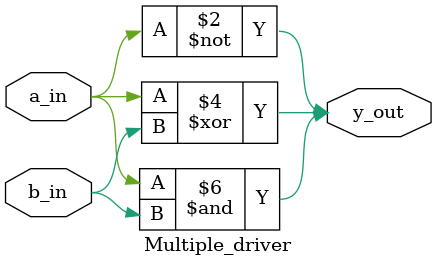
<source format=v>
`timescale 1ns / 1ps


module Multiple_driver(
    input a_in,
    input b_in,
    output reg y_out
    );
    always @*
    begin
        y_out = ~a_in;
    end
    always @*
    begin
        y_out = a_in ^ b_in;
    end
    always @*
    begin
        y_out = a_in & b_in;
    end
    
endmodule

</source>
